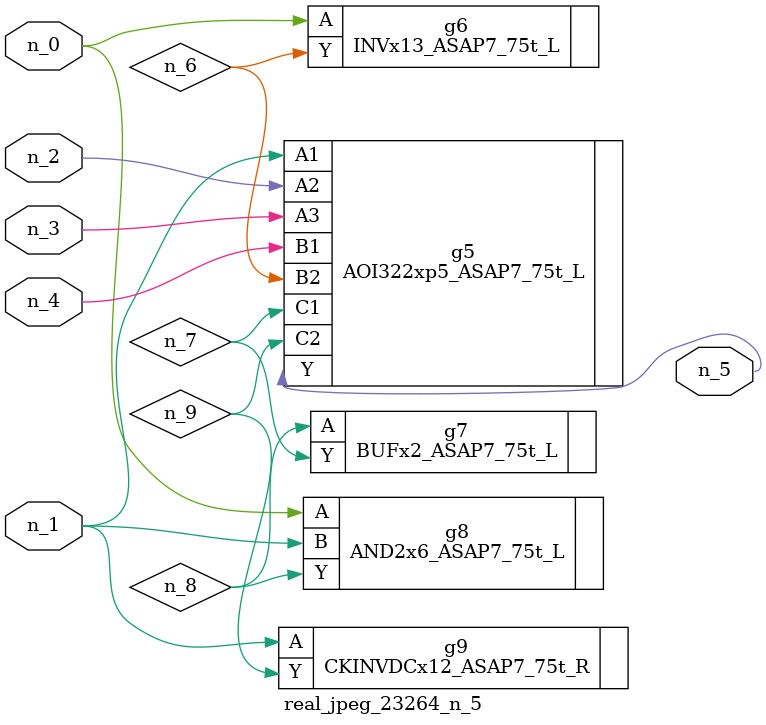
<source format=v>
module real_jpeg_23264_n_5 (n_4, n_0, n_1, n_2, n_3, n_5);

input n_4;
input n_0;
input n_1;
input n_2;
input n_3;

output n_5;

wire n_8;
wire n_6;
wire n_7;
wire n_9;

INVx13_ASAP7_75t_L g6 ( 
.A(n_0),
.Y(n_6)
);

AND2x6_ASAP7_75t_L g8 ( 
.A(n_0),
.B(n_1),
.Y(n_8)
);

AOI322xp5_ASAP7_75t_L g5 ( 
.A1(n_1),
.A2(n_2),
.A3(n_3),
.B1(n_4),
.B2(n_6),
.C1(n_7),
.C2(n_9),
.Y(n_5)
);

CKINVDCx12_ASAP7_75t_R g9 ( 
.A(n_1),
.Y(n_9)
);

BUFx2_ASAP7_75t_L g7 ( 
.A(n_8),
.Y(n_7)
);


endmodule
</source>
